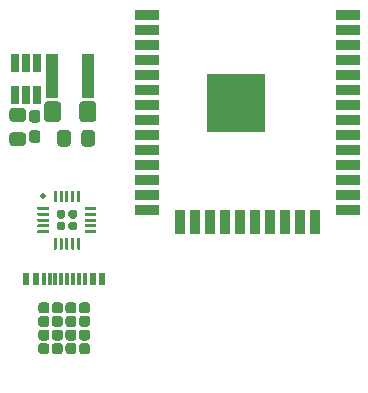
<source format=gbr>
%TF.GenerationSoftware,KiCad,Pcbnew,(5.1.9-0-10_14)*%
%TF.CreationDate,2021-05-15T13:16:02+01:00*%
%TF.ProjectId,EnvMon,456e764d-6f6e-42e6-9b69-6361645f7063,2*%
%TF.SameCoordinates,Original*%
%TF.FileFunction,Paste,Top*%
%TF.FilePolarity,Positive*%
%FSLAX46Y46*%
G04 Gerber Fmt 4.6, Leading zero omitted, Abs format (unit mm)*
G04 Created by KiCad (PCBNEW (5.1.9-0-10_14)) date 2021-05-15 13:16:02*
%MOMM*%
%LPD*%
G01*
G04 APERTURE LIST*
%ADD10R,1.100000X3.700000*%
%ADD11R,0.650000X1.560000*%
%ADD12C,0.500000*%
%ADD13R,2.000000X0.900000*%
%ADD14R,0.900000X2.000000*%
%ADD15R,5.000000X5.000000*%
%ADD16R,0.600000X1.140000*%
%ADD17R,0.300000X1.140000*%
G04 APERTURE END LIST*
%TO.C,Reg1*%
G36*
G01*
X96250450Y-81850000D02*
X95349550Y-81850000D01*
G75*
G02*
X95100000Y-81600450I0J249550D01*
G01*
X95100000Y-80949550D01*
G75*
G02*
X95349550Y-80700000I249550J0D01*
G01*
X96250450Y-80700000D01*
G75*
G02*
X96500000Y-80949550I0J-249550D01*
G01*
X96500000Y-81600450D01*
G75*
G02*
X96250450Y-81850000I-249550J0D01*
G01*
G37*
G36*
G01*
X96250450Y-79800000D02*
X95349550Y-79800000D01*
G75*
G02*
X95100000Y-79550450I0J249550D01*
G01*
X95100000Y-78899550D01*
G75*
G02*
X95349550Y-78650000I249550J0D01*
G01*
X96250450Y-78650000D01*
G75*
G02*
X96500000Y-78899550I0J-249550D01*
G01*
X96500000Y-79550450D01*
G75*
G02*
X96250450Y-79800000I-249550J0D01*
G01*
G37*
G36*
G01*
X98050000Y-79575626D02*
X98050000Y-78324374D01*
G75*
G02*
X98299374Y-78075000I249374J0D01*
G01*
X99225626Y-78075000D01*
G75*
G02*
X99475000Y-78324374I0J-249374D01*
G01*
X99475000Y-79575626D01*
G75*
G02*
X99225626Y-79825000I-249374J0D01*
G01*
X98299374Y-79825000D01*
G75*
G02*
X98050000Y-79575626I0J249374D01*
G01*
G37*
G36*
G01*
X101025000Y-79575626D02*
X101025000Y-78324374D01*
G75*
G02*
X101274374Y-78075000I249374J0D01*
G01*
X102200626Y-78075000D01*
G75*
G02*
X102450000Y-78324374I0J-249374D01*
G01*
X102450000Y-79575626D01*
G75*
G02*
X102200626Y-79825000I-249374J0D01*
G01*
X101274374Y-79825000D01*
G75*
G02*
X101025000Y-79575626I0J249374D01*
G01*
G37*
D10*
X101750000Y-75950000D03*
X98750000Y-75950000D03*
G36*
G01*
X101200000Y-81650450D02*
X101200000Y-80749550D01*
G75*
G02*
X101449550Y-80500000I249550J0D01*
G01*
X102100450Y-80500000D01*
G75*
G02*
X102350000Y-80749550I0J-249550D01*
G01*
X102350000Y-81650450D01*
G75*
G02*
X102100450Y-81900000I-249550J0D01*
G01*
X101449550Y-81900000D01*
G75*
G02*
X101200000Y-81650450I0J249550D01*
G01*
G37*
G36*
G01*
X99150000Y-81650450D02*
X99150000Y-80749550D01*
G75*
G02*
X99399550Y-80500000I249550J0D01*
G01*
X100050450Y-80500000D01*
G75*
G02*
X100300000Y-80749550I0J-249550D01*
G01*
X100300000Y-81650450D01*
G75*
G02*
X100050450Y-81900000I-249550J0D01*
G01*
X99399550Y-81900000D01*
G75*
G02*
X99150000Y-81650450I0J249550D01*
G01*
G37*
G36*
G01*
X97487500Y-81600000D02*
X97012500Y-81600000D01*
G75*
G02*
X96775000Y-81362500I0J237500D01*
G01*
X96775000Y-80762500D01*
G75*
G02*
X97012500Y-80525000I237500J0D01*
G01*
X97487500Y-80525000D01*
G75*
G02*
X97725000Y-80762500I0J-237500D01*
G01*
X97725000Y-81362500D01*
G75*
G02*
X97487500Y-81600000I-237500J0D01*
G01*
G37*
G36*
G01*
X97487500Y-79875000D02*
X97012500Y-79875000D01*
G75*
G02*
X96775000Y-79637500I0J237500D01*
G01*
X96775000Y-79037500D01*
G75*
G02*
X97012500Y-78800000I237500J0D01*
G01*
X97487500Y-78800000D01*
G75*
G02*
X97725000Y-79037500I0J-237500D01*
G01*
X97725000Y-79637500D01*
G75*
G02*
X97487500Y-79875000I-237500J0D01*
G01*
G37*
D11*
X95550000Y-77550000D03*
X96500000Y-77550000D03*
X97450000Y-77550000D03*
X97450000Y-74850000D03*
X95550000Y-74850000D03*
X96500000Y-74850000D03*
%TD*%
D12*
%TO.C,U1*%
X97975000Y-86125000D03*
G36*
G01*
X100100000Y-88814000D02*
X100100000Y-88436000D01*
G75*
G02*
X100286000Y-88250000I186000J0D01*
G01*
X100664000Y-88250000D01*
G75*
G02*
X100850000Y-88436000I0J-186000D01*
G01*
X100850000Y-88814000D01*
G75*
G02*
X100664000Y-89000000I-186000J0D01*
G01*
X100286000Y-89000000D01*
G75*
G02*
X100100000Y-88814000I0J186000D01*
G01*
G37*
G36*
G01*
X100100000Y-87814000D02*
X100100000Y-87436000D01*
G75*
G02*
X100286000Y-87250000I186000J0D01*
G01*
X100664000Y-87250000D01*
G75*
G02*
X100850000Y-87436000I0J-186000D01*
G01*
X100850000Y-87814000D01*
G75*
G02*
X100664000Y-88000000I-186000J0D01*
G01*
X100286000Y-88000000D01*
G75*
G02*
X100100000Y-87814000I0J186000D01*
G01*
G37*
G36*
G01*
X99100000Y-88814000D02*
X99100000Y-88436000D01*
G75*
G02*
X99286000Y-88250000I186000J0D01*
G01*
X99664000Y-88250000D01*
G75*
G02*
X99850000Y-88436000I0J-186000D01*
G01*
X99850000Y-88814000D01*
G75*
G02*
X99664000Y-89000000I-186000J0D01*
G01*
X99286000Y-89000000D01*
G75*
G02*
X99100000Y-88814000I0J186000D01*
G01*
G37*
G36*
G01*
X99100000Y-87814000D02*
X99100000Y-87436000D01*
G75*
G02*
X99286000Y-87250000I186000J0D01*
G01*
X99664000Y-87250000D01*
G75*
G02*
X99850000Y-87436000I0J-186000D01*
G01*
X99850000Y-87814000D01*
G75*
G02*
X99664000Y-88000000I-186000J0D01*
G01*
X99286000Y-88000000D01*
G75*
G02*
X99100000Y-87814000I0J186000D01*
G01*
G37*
G36*
G01*
X98850000Y-86562500D02*
X98850000Y-85687500D01*
G75*
G02*
X98912500Y-85625000I62500J0D01*
G01*
X99037500Y-85625000D01*
G75*
G02*
X99100000Y-85687500I0J-62500D01*
G01*
X99100000Y-86562500D01*
G75*
G02*
X99037500Y-86625000I-62500J0D01*
G01*
X98912500Y-86625000D01*
G75*
G02*
X98850000Y-86562500I0J62500D01*
G01*
G37*
G36*
G01*
X99350000Y-86562500D02*
X99350000Y-85687500D01*
G75*
G02*
X99412500Y-85625000I62500J0D01*
G01*
X99537500Y-85625000D01*
G75*
G02*
X99600000Y-85687500I0J-62500D01*
G01*
X99600000Y-86562500D01*
G75*
G02*
X99537500Y-86625000I-62500J0D01*
G01*
X99412500Y-86625000D01*
G75*
G02*
X99350000Y-86562500I0J62500D01*
G01*
G37*
G36*
G01*
X99850000Y-86562500D02*
X99850000Y-85687500D01*
G75*
G02*
X99912500Y-85625000I62500J0D01*
G01*
X100037500Y-85625000D01*
G75*
G02*
X100100000Y-85687500I0J-62500D01*
G01*
X100100000Y-86562500D01*
G75*
G02*
X100037500Y-86625000I-62500J0D01*
G01*
X99912500Y-86625000D01*
G75*
G02*
X99850000Y-86562500I0J62500D01*
G01*
G37*
G36*
G01*
X100350000Y-86562500D02*
X100350000Y-85687500D01*
G75*
G02*
X100412500Y-85625000I62500J0D01*
G01*
X100537500Y-85625000D01*
G75*
G02*
X100600000Y-85687500I0J-62500D01*
G01*
X100600000Y-86562500D01*
G75*
G02*
X100537500Y-86625000I-62500J0D01*
G01*
X100412500Y-86625000D01*
G75*
G02*
X100350000Y-86562500I0J62500D01*
G01*
G37*
G36*
G01*
X100850000Y-86562500D02*
X100850000Y-85687500D01*
G75*
G02*
X100912500Y-85625000I62500J0D01*
G01*
X101037500Y-85625000D01*
G75*
G02*
X101100000Y-85687500I0J-62500D01*
G01*
X101100000Y-86562500D01*
G75*
G02*
X101037500Y-86625000I-62500J0D01*
G01*
X100912500Y-86625000D01*
G75*
G02*
X100850000Y-86562500I0J62500D01*
G01*
G37*
G36*
G01*
X101475000Y-87187500D02*
X101475000Y-87062500D01*
G75*
G02*
X101537500Y-87000000I62500J0D01*
G01*
X102412500Y-87000000D01*
G75*
G02*
X102475000Y-87062500I0J-62500D01*
G01*
X102475000Y-87187500D01*
G75*
G02*
X102412500Y-87250000I-62500J0D01*
G01*
X101537500Y-87250000D01*
G75*
G02*
X101475000Y-87187500I0J62500D01*
G01*
G37*
G36*
G01*
X101475000Y-87687500D02*
X101475000Y-87562500D01*
G75*
G02*
X101537500Y-87500000I62500J0D01*
G01*
X102412500Y-87500000D01*
G75*
G02*
X102475000Y-87562500I0J-62500D01*
G01*
X102475000Y-87687500D01*
G75*
G02*
X102412500Y-87750000I-62500J0D01*
G01*
X101537500Y-87750000D01*
G75*
G02*
X101475000Y-87687500I0J62500D01*
G01*
G37*
G36*
G01*
X101475000Y-88187500D02*
X101475000Y-88062500D01*
G75*
G02*
X101537500Y-88000000I62500J0D01*
G01*
X102412500Y-88000000D01*
G75*
G02*
X102475000Y-88062500I0J-62500D01*
G01*
X102475000Y-88187500D01*
G75*
G02*
X102412500Y-88250000I-62500J0D01*
G01*
X101537500Y-88250000D01*
G75*
G02*
X101475000Y-88187500I0J62500D01*
G01*
G37*
G36*
G01*
X101475000Y-88687500D02*
X101475000Y-88562500D01*
G75*
G02*
X101537500Y-88500000I62500J0D01*
G01*
X102412500Y-88500000D01*
G75*
G02*
X102475000Y-88562500I0J-62500D01*
G01*
X102475000Y-88687500D01*
G75*
G02*
X102412500Y-88750000I-62500J0D01*
G01*
X101537500Y-88750000D01*
G75*
G02*
X101475000Y-88687500I0J62500D01*
G01*
G37*
G36*
G01*
X101475000Y-89187500D02*
X101475000Y-89062500D01*
G75*
G02*
X101537500Y-89000000I62500J0D01*
G01*
X102412500Y-89000000D01*
G75*
G02*
X102475000Y-89062500I0J-62500D01*
G01*
X102475000Y-89187500D01*
G75*
G02*
X102412500Y-89250000I-62500J0D01*
G01*
X101537500Y-89250000D01*
G75*
G02*
X101475000Y-89187500I0J62500D01*
G01*
G37*
G36*
G01*
X100850000Y-90562500D02*
X100850000Y-89687500D01*
G75*
G02*
X100912500Y-89625000I62500J0D01*
G01*
X101037500Y-89625000D01*
G75*
G02*
X101100000Y-89687500I0J-62500D01*
G01*
X101100000Y-90562500D01*
G75*
G02*
X101037500Y-90625000I-62500J0D01*
G01*
X100912500Y-90625000D01*
G75*
G02*
X100850000Y-90562500I0J62500D01*
G01*
G37*
G36*
G01*
X100350000Y-90562500D02*
X100350000Y-89687500D01*
G75*
G02*
X100412500Y-89625000I62500J0D01*
G01*
X100537500Y-89625000D01*
G75*
G02*
X100600000Y-89687500I0J-62500D01*
G01*
X100600000Y-90562500D01*
G75*
G02*
X100537500Y-90625000I-62500J0D01*
G01*
X100412500Y-90625000D01*
G75*
G02*
X100350000Y-90562500I0J62500D01*
G01*
G37*
G36*
G01*
X99850000Y-90562500D02*
X99850000Y-89687500D01*
G75*
G02*
X99912500Y-89625000I62500J0D01*
G01*
X100037500Y-89625000D01*
G75*
G02*
X100100000Y-89687500I0J-62500D01*
G01*
X100100000Y-90562500D01*
G75*
G02*
X100037500Y-90625000I-62500J0D01*
G01*
X99912500Y-90625000D01*
G75*
G02*
X99850000Y-90562500I0J62500D01*
G01*
G37*
G36*
G01*
X99350000Y-90562500D02*
X99350000Y-89687500D01*
G75*
G02*
X99412500Y-89625000I62500J0D01*
G01*
X99537500Y-89625000D01*
G75*
G02*
X99600000Y-89687500I0J-62500D01*
G01*
X99600000Y-90562500D01*
G75*
G02*
X99537500Y-90625000I-62500J0D01*
G01*
X99412500Y-90625000D01*
G75*
G02*
X99350000Y-90562500I0J62500D01*
G01*
G37*
G36*
G01*
X98850000Y-90562500D02*
X98850000Y-89687500D01*
G75*
G02*
X98912500Y-89625000I62500J0D01*
G01*
X99037500Y-89625000D01*
G75*
G02*
X99100000Y-89687500I0J-62500D01*
G01*
X99100000Y-90562500D01*
G75*
G02*
X99037500Y-90625000I-62500J0D01*
G01*
X98912500Y-90625000D01*
G75*
G02*
X98850000Y-90562500I0J62500D01*
G01*
G37*
G36*
G01*
X97475000Y-89187500D02*
X97475000Y-89062500D01*
G75*
G02*
X97537500Y-89000000I62500J0D01*
G01*
X98412500Y-89000000D01*
G75*
G02*
X98475000Y-89062500I0J-62500D01*
G01*
X98475000Y-89187500D01*
G75*
G02*
X98412500Y-89250000I-62500J0D01*
G01*
X97537500Y-89250000D01*
G75*
G02*
X97475000Y-89187500I0J62500D01*
G01*
G37*
G36*
G01*
X97475000Y-88687500D02*
X97475000Y-88562500D01*
G75*
G02*
X97537500Y-88500000I62500J0D01*
G01*
X98412500Y-88500000D01*
G75*
G02*
X98475000Y-88562500I0J-62500D01*
G01*
X98475000Y-88687500D01*
G75*
G02*
X98412500Y-88750000I-62500J0D01*
G01*
X97537500Y-88750000D01*
G75*
G02*
X97475000Y-88687500I0J62500D01*
G01*
G37*
G36*
G01*
X97475000Y-88187500D02*
X97475000Y-88062500D01*
G75*
G02*
X97537500Y-88000000I62500J0D01*
G01*
X98412500Y-88000000D01*
G75*
G02*
X98475000Y-88062500I0J-62500D01*
G01*
X98475000Y-88187500D01*
G75*
G02*
X98412500Y-88250000I-62500J0D01*
G01*
X97537500Y-88250000D01*
G75*
G02*
X97475000Y-88187500I0J62500D01*
G01*
G37*
G36*
G01*
X97475000Y-87687500D02*
X97475000Y-87562500D01*
G75*
G02*
X97537500Y-87500000I62500J0D01*
G01*
X98412500Y-87500000D01*
G75*
G02*
X98475000Y-87562500I0J-62500D01*
G01*
X98475000Y-87687500D01*
G75*
G02*
X98412500Y-87750000I-62500J0D01*
G01*
X97537500Y-87750000D01*
G75*
G02*
X97475000Y-87687500I0J62500D01*
G01*
G37*
G36*
G01*
X97475000Y-87187500D02*
X97475000Y-87062500D01*
G75*
G02*
X97537500Y-87000000I62500J0D01*
G01*
X98412500Y-87000000D01*
G75*
G02*
X98475000Y-87062500I0J-62500D01*
G01*
X98475000Y-87187500D01*
G75*
G02*
X98412500Y-87250000I-62500J0D01*
G01*
X97537500Y-87250000D01*
G75*
G02*
X97475000Y-87187500I0J62500D01*
G01*
G37*
%TD*%
D13*
%TO.C,U2*%
X123750000Y-70745000D03*
X123750000Y-72015000D03*
X123750000Y-73285000D03*
X123750000Y-74555000D03*
X123750000Y-75825000D03*
X123750000Y-77095000D03*
X123750000Y-78365000D03*
X123750000Y-79635000D03*
X123750000Y-80905000D03*
X123750000Y-82175000D03*
X123750000Y-83445000D03*
X123750000Y-84715000D03*
X123750000Y-85985000D03*
X123750000Y-87255000D03*
D14*
X120965000Y-88255000D03*
X119695000Y-88255000D03*
X118425000Y-88255000D03*
X117155000Y-88255000D03*
X115885000Y-88255000D03*
X114615000Y-88255000D03*
X113345000Y-88255000D03*
X112075000Y-88255000D03*
X110805000Y-88255000D03*
X109535000Y-88255000D03*
D13*
X106750000Y-87255000D03*
X106750000Y-85985000D03*
X106750000Y-84715000D03*
X106750000Y-83445000D03*
X106750000Y-82175000D03*
X106750000Y-80905000D03*
X106750000Y-79635000D03*
X106750000Y-78365000D03*
X106750000Y-77095000D03*
X106750000Y-75825000D03*
X106750000Y-74555000D03*
X106750000Y-73285000D03*
X106750000Y-72015000D03*
X106750000Y-70745000D03*
D15*
X114250000Y-78245000D03*
%TD*%
%TO.C,J1*%
G36*
G01*
X98700000Y-96942500D02*
X98700000Y-96477500D01*
G75*
G02*
X98932500Y-96245000I232500J0D01*
G01*
X99397500Y-96245000D01*
G75*
G02*
X99630000Y-96477500I0J-232500D01*
G01*
X99630000Y-96942500D01*
G75*
G02*
X99397500Y-97175000I-232500J0D01*
G01*
X98932500Y-97175000D01*
G75*
G02*
X98700000Y-96942500I0J232500D01*
G01*
G37*
G36*
G01*
X98700000Y-98092500D02*
X98700000Y-97627500D01*
G75*
G02*
X98932500Y-97395000I232500J0D01*
G01*
X99397500Y-97395000D01*
G75*
G02*
X99630000Y-97627500I0J-232500D01*
G01*
X99630000Y-98092500D01*
G75*
G02*
X99397500Y-98325000I-232500J0D01*
G01*
X98932500Y-98325000D01*
G75*
G02*
X98700000Y-98092500I0J232500D01*
G01*
G37*
G36*
G01*
X98700000Y-99242500D02*
X98700000Y-98777500D01*
G75*
G02*
X98932500Y-98545000I232500J0D01*
G01*
X99397500Y-98545000D01*
G75*
G02*
X99630000Y-98777500I0J-232500D01*
G01*
X99630000Y-99242500D01*
G75*
G02*
X99397500Y-99475000I-232500J0D01*
G01*
X98932500Y-99475000D01*
G75*
G02*
X98700000Y-99242500I0J232500D01*
G01*
G37*
G36*
G01*
X99850000Y-95792500D02*
X99850000Y-95327500D01*
G75*
G02*
X100082500Y-95095000I232500J0D01*
G01*
X100547500Y-95095000D01*
G75*
G02*
X100780000Y-95327500I0J-232500D01*
G01*
X100780000Y-95792500D01*
G75*
G02*
X100547500Y-96025000I-232500J0D01*
G01*
X100082500Y-96025000D01*
G75*
G02*
X99850000Y-95792500I0J232500D01*
G01*
G37*
G36*
G01*
X99850000Y-96942500D02*
X99850000Y-96477500D01*
G75*
G02*
X100082500Y-96245000I232500J0D01*
G01*
X100547500Y-96245000D01*
G75*
G02*
X100780000Y-96477500I0J-232500D01*
G01*
X100780000Y-96942500D01*
G75*
G02*
X100547500Y-97175000I-232500J0D01*
G01*
X100082500Y-97175000D01*
G75*
G02*
X99850000Y-96942500I0J232500D01*
G01*
G37*
G36*
G01*
X99850000Y-98092500D02*
X99850000Y-97627500D01*
G75*
G02*
X100082500Y-97395000I232500J0D01*
G01*
X100547500Y-97395000D01*
G75*
G02*
X100780000Y-97627500I0J-232500D01*
G01*
X100780000Y-98092500D01*
G75*
G02*
X100547500Y-98325000I-232500J0D01*
G01*
X100082500Y-98325000D01*
G75*
G02*
X99850000Y-98092500I0J232500D01*
G01*
G37*
G36*
G01*
X99850000Y-99242500D02*
X99850000Y-98777500D01*
G75*
G02*
X100082500Y-98545000I232500J0D01*
G01*
X100547500Y-98545000D01*
G75*
G02*
X100780000Y-98777500I0J-232500D01*
G01*
X100780000Y-99242500D01*
G75*
G02*
X100547500Y-99475000I-232500J0D01*
G01*
X100082500Y-99475000D01*
G75*
G02*
X99850000Y-99242500I0J232500D01*
G01*
G37*
G36*
G01*
X101000000Y-95792500D02*
X101000000Y-95327500D01*
G75*
G02*
X101232500Y-95095000I232500J0D01*
G01*
X101697500Y-95095000D01*
G75*
G02*
X101930000Y-95327500I0J-232500D01*
G01*
X101930000Y-95792500D01*
G75*
G02*
X101697500Y-96025000I-232500J0D01*
G01*
X101232500Y-96025000D01*
G75*
G02*
X101000000Y-95792500I0J232500D01*
G01*
G37*
G36*
G01*
X101000000Y-96942500D02*
X101000000Y-96477500D01*
G75*
G02*
X101232500Y-96245000I232500J0D01*
G01*
X101697500Y-96245000D01*
G75*
G02*
X101930000Y-96477500I0J-232500D01*
G01*
X101930000Y-96942500D01*
G75*
G02*
X101697500Y-97175000I-232500J0D01*
G01*
X101232500Y-97175000D01*
G75*
G02*
X101000000Y-96942500I0J232500D01*
G01*
G37*
G36*
G01*
X101000000Y-98092500D02*
X101000000Y-97627500D01*
G75*
G02*
X101232500Y-97395000I232500J0D01*
G01*
X101697500Y-97395000D01*
G75*
G02*
X101930000Y-97627500I0J-232500D01*
G01*
X101930000Y-98092500D01*
G75*
G02*
X101697500Y-98325000I-232500J0D01*
G01*
X101232500Y-98325000D01*
G75*
G02*
X101000000Y-98092500I0J232500D01*
G01*
G37*
G36*
G01*
X101000000Y-99242500D02*
X101000000Y-98777500D01*
G75*
G02*
X101232500Y-98545000I232500J0D01*
G01*
X101697500Y-98545000D01*
G75*
G02*
X101930000Y-98777500I0J-232500D01*
G01*
X101930000Y-99242500D01*
G75*
G02*
X101697500Y-99475000I-232500J0D01*
G01*
X101232500Y-99475000D01*
G75*
G02*
X101000000Y-99242500I0J232500D01*
G01*
G37*
G36*
G01*
X97550000Y-95792500D02*
X97550000Y-95327500D01*
G75*
G02*
X97782500Y-95095000I232500J0D01*
G01*
X98247500Y-95095000D01*
G75*
G02*
X98480000Y-95327500I0J-232500D01*
G01*
X98480000Y-95792500D01*
G75*
G02*
X98247500Y-96025000I-232500J0D01*
G01*
X97782500Y-96025000D01*
G75*
G02*
X97550000Y-95792500I0J232500D01*
G01*
G37*
G36*
G01*
X97550000Y-96942500D02*
X97550000Y-96477500D01*
G75*
G02*
X97782500Y-96245000I232500J0D01*
G01*
X98247500Y-96245000D01*
G75*
G02*
X98480000Y-96477500I0J-232500D01*
G01*
X98480000Y-96942500D01*
G75*
G02*
X98247500Y-97175000I-232500J0D01*
G01*
X97782500Y-97175000D01*
G75*
G02*
X97550000Y-96942500I0J232500D01*
G01*
G37*
G36*
G01*
X97550000Y-98092500D02*
X97550000Y-97627500D01*
G75*
G02*
X97782500Y-97395000I232500J0D01*
G01*
X98247500Y-97395000D01*
G75*
G02*
X98480000Y-97627500I0J-232500D01*
G01*
X98480000Y-98092500D01*
G75*
G02*
X98247500Y-98325000I-232500J0D01*
G01*
X97782500Y-98325000D01*
G75*
G02*
X97550000Y-98092500I0J232500D01*
G01*
G37*
G36*
G01*
X97550000Y-99242500D02*
X97550000Y-98777500D01*
G75*
G02*
X97782500Y-98545000I232500J0D01*
G01*
X98247500Y-98545000D01*
G75*
G02*
X98480000Y-98777500I0J-232500D01*
G01*
X98480000Y-99242500D01*
G75*
G02*
X98247500Y-99475000I-232500J0D01*
G01*
X97782500Y-99475000D01*
G75*
G02*
X97550000Y-99242500I0J232500D01*
G01*
G37*
G36*
G01*
X98700000Y-95792500D02*
X98700000Y-95327500D01*
G75*
G02*
X98932500Y-95095000I232500J0D01*
G01*
X99397500Y-95095000D01*
G75*
G02*
X99630000Y-95327500I0J-232500D01*
G01*
X99630000Y-95792500D01*
G75*
G02*
X99397500Y-96025000I-232500J0D01*
G01*
X98932500Y-96025000D01*
G75*
G02*
X98700000Y-95792500I0J232500D01*
G01*
G37*
D16*
X97350000Y-93135000D03*
X102150000Y-93135000D03*
D17*
X100000000Y-93135000D03*
X99500000Y-93135000D03*
X100500000Y-93135000D03*
X99000000Y-93135000D03*
X101000000Y-93135000D03*
X98500000Y-93135000D03*
X101500000Y-93135000D03*
X98000000Y-93135000D03*
D16*
X102950000Y-93135000D03*
X96550000Y-93135000D03*
%TD*%
M02*

</source>
